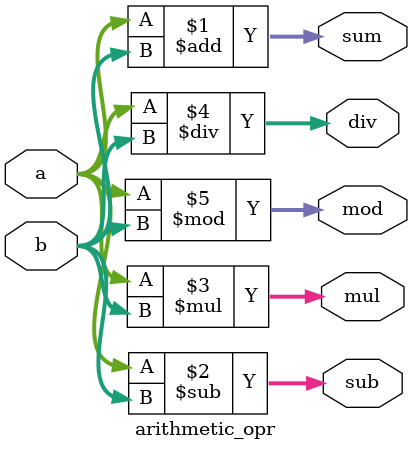
<source format=v>
module arithmetic_opr(
input [7:0] a,b,
output [7:0] sum,sub,mul,div,mod
);

assign sum = a+b;
assign sub = a-b;
assign mul = a*b;
assign div = a/b;
assign mod = a%b;


endmodule

</source>
